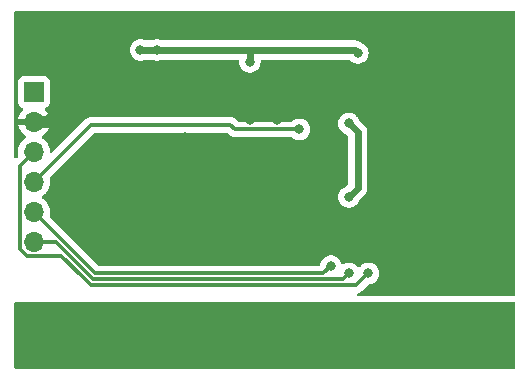
<source format=gbl>
%TF.GenerationSoftware,KiCad,Pcbnew,(6.0.5)*%
%TF.CreationDate,2023-05-04T10:00:39-06:00*%
%TF.ProjectId,NES_JP_MOD,4e45535f-4a50-45f4-9d4f-442e6b696361,rev?*%
%TF.SameCoordinates,Original*%
%TF.FileFunction,Copper,L2,Bot*%
%TF.FilePolarity,Positive*%
%FSLAX46Y46*%
G04 Gerber Fmt 4.6, Leading zero omitted, Abs format (unit mm)*
G04 Created by KiCad (PCBNEW (6.0.5)) date 2023-05-04 10:00:39*
%MOMM*%
%LPD*%
G01*
G04 APERTURE LIST*
%TA.AperFunction,ComponentPad*%
%ADD10R,1.700000X1.700000*%
%TD*%
%TA.AperFunction,ComponentPad*%
%ADD11O,1.700000X1.700000*%
%TD*%
%TA.AperFunction,ViaPad*%
%ADD12C,0.800000*%
%TD*%
%TA.AperFunction,Conductor*%
%ADD13C,0.600000*%
%TD*%
%TA.AperFunction,Conductor*%
%ADD14C,1.000000*%
%TD*%
%TA.AperFunction,Conductor*%
%ADD15C,0.300000*%
%TD*%
G04 APERTURE END LIST*
D10*
%TO.P,J1,1,Pin_1*%
%TO.N,+3V3*%
X118110000Y-83820000D03*
D11*
%TO.P,J1,2,Pin_2*%
%TO.N,GND*%
X118110000Y-86360000D03*
%TO.P,J1,3,Pin_3*%
%TO.N,/TCK*%
X118110000Y-88900000D03*
%TO.P,J1,4,Pin_4*%
%TO.N,/TDO*%
X118110000Y-91440000D03*
%TO.P,J1,5,Pin_5*%
%TO.N,/TDI*%
X118110000Y-93980000D03*
%TO.P,J1,6,Pin_6*%
%TO.N,/TMS*%
X118110000Y-96520000D03*
%TD*%
D12*
%TO.N,+5V*%
X127127000Y-80264000D03*
%TO.N,GND*%
X120650000Y-82550000D03*
%TO.N,+5V*%
X128524000Y-80264000D03*
X136398000Y-81280000D03*
X145542000Y-80518000D03*
%TO.N,GND*%
X136398000Y-86233000D03*
X120523000Y-87376000D03*
X120523000Y-90678000D03*
X138684000Y-86233000D03*
X129286000Y-91440000D03*
X153416000Y-81407000D03*
X148209000Y-93980000D03*
X130937000Y-87630000D03*
X122428000Y-95758000D03*
X150368000Y-93599000D03*
X136017000Y-98044000D03*
X127000000Y-84455000D03*
X120650000Y-81026000D03*
X144018000Y-91567000D03*
X147828000Y-86233000D03*
%TO.N,+1V8*%
X144780000Y-92710000D03*
X144780000Y-86487000D03*
%TO.N,/TCK*%
X146431000Y-99187000D03*
%TO.N,/TDO*%
X140589000Y-86995000D03*
%TO.N,/TDI*%
X143256000Y-98552000D03*
%TO.N,/TMS*%
X144780000Y-99187000D03*
%TO.N,+3V3*%
X125222000Y-103632000D03*
X117348000Y-103886000D03*
X133096000Y-103632000D03*
X157988000Y-103632000D03*
X145057500Y-103632000D03*
X140993500Y-103632000D03*
X129032000Y-103632000D03*
X150368000Y-103632000D03*
X121412000Y-103632000D03*
X153924000Y-103632000D03*
%TD*%
D13*
%TO.N,+5V*%
X127127000Y-80264000D02*
X136398000Y-80264000D01*
D14*
%TO.N,GND*%
X120650000Y-81026000D02*
X120650000Y-82550000D01*
X120650000Y-82550000D02*
X120650000Y-85022081D01*
D13*
%TO.N,+5V*%
X145288000Y-80264000D02*
X145542000Y-80518000D01*
X136398000Y-81280000D02*
X136398000Y-80264000D01*
X136398000Y-80264000D02*
X145288000Y-80264000D01*
D14*
%TO.N,GND*%
X120650000Y-85022081D02*
X119312081Y-86360000D01*
X119312081Y-86360000D02*
X118110000Y-86360000D01*
D13*
%TO.N,+1V8*%
X144780000Y-86487000D02*
X145542000Y-87249000D01*
X145542000Y-87249000D02*
X145542000Y-91948000D01*
X145542000Y-91948000D02*
X144780000Y-92710000D01*
D15*
%TO.N,/TCK*%
X116910489Y-97098489D02*
X117531511Y-97719511D01*
X122911663Y-100194519D02*
X124460000Y-100194519D01*
X145423481Y-100194519D02*
X146431000Y-99187000D01*
X116910489Y-90099511D02*
X116910489Y-97098489D01*
X122229572Y-99512428D02*
X122911663Y-100194519D01*
X124460000Y-100194519D02*
X145423481Y-100194519D01*
X117531511Y-97719511D02*
X120436655Y-97719511D01*
X118110000Y-88900000D02*
X116910489Y-90099511D01*
X120436655Y-97719511D02*
X122229572Y-99512428D01*
%TO.N,/TDO*%
X122936000Y-86614000D02*
X123444000Y-86614000D01*
X118110000Y-91440000D02*
X122936000Y-86614000D01*
X135128000Y-86995000D02*
X140589000Y-86995000D01*
X123444000Y-86614000D02*
X134747000Y-86614000D01*
X134747000Y-86614000D02*
X135128000Y-86995000D01*
%TO.N,/TDI*%
X118110000Y-93980000D02*
X123317000Y-99187000D01*
X142621000Y-99187000D02*
X143256000Y-98552000D01*
X141478000Y-99187000D02*
X142621000Y-99187000D01*
X123317000Y-99187000D02*
X141478000Y-99187000D01*
%TO.N,/TMS*%
X119943572Y-96520000D02*
X122582786Y-99159214D01*
X135001000Y-99695000D02*
X144272000Y-99695000D01*
X144272000Y-99695000D02*
X144780000Y-99187000D01*
X123118572Y-99695000D02*
X135001000Y-99695000D01*
X118110000Y-96520000D02*
X119943572Y-96520000D01*
X122582786Y-99159214D02*
X123118572Y-99695000D01*
%TD*%
%TA.AperFunction,Conductor*%
%TO.N,+3V3*%
G36*
X158818621Y-101620002D02*
G01*
X158865114Y-101673658D01*
X158876500Y-101726000D01*
X158876500Y-107163500D01*
X158856498Y-107231621D01*
X158802842Y-107278114D01*
X158750500Y-107289500D01*
X116585500Y-107289500D01*
X116517379Y-107269498D01*
X116470886Y-107215842D01*
X116459500Y-107163500D01*
X116459500Y-101726000D01*
X116479502Y-101657879D01*
X116533158Y-101611386D01*
X116585500Y-101600000D01*
X158750500Y-101600000D01*
X158818621Y-101620002D01*
G37*
%TD.AperFunction*%
%TD*%
%TA.AperFunction,Conductor*%
%TO.N,GND*%
G36*
X158818621Y-76957502D02*
G01*
X158865114Y-77011158D01*
X158876500Y-77063500D01*
X158876500Y-100966000D01*
X158856498Y-101034121D01*
X158802842Y-101080614D01*
X158750500Y-101092000D01*
X145579943Y-101092000D01*
X145511822Y-101071998D01*
X145465329Y-101018342D01*
X145455225Y-100948068D01*
X145484719Y-100883488D01*
X145544774Y-100845008D01*
X145546302Y-100844564D01*
X145547887Y-100844103D01*
X145567263Y-100840089D01*
X145574905Y-100839124D01*
X145580685Y-100838394D01*
X145580686Y-100838394D01*
X145588545Y-100837401D01*
X145595910Y-100834485D01*
X145595914Y-100834484D01*
X145631502Y-100820393D01*
X145642712Y-100816554D01*
X145687081Y-100803664D01*
X145705546Y-100792744D01*
X145723286Y-100784053D01*
X145743237Y-100776154D01*
X145780610Y-100749001D01*
X145790529Y-100742486D01*
X145823458Y-100723012D01*
X145823462Y-100723009D01*
X145830288Y-100718972D01*
X145845452Y-100703808D01*
X145860486Y-100690967D01*
X145871424Y-100683020D01*
X145877838Y-100678360D01*
X145907284Y-100642766D01*
X145915273Y-100633987D01*
X146416855Y-100132405D01*
X146479167Y-100098379D01*
X146505950Y-100095500D01*
X146526487Y-100095500D01*
X146532939Y-100094128D01*
X146532944Y-100094128D01*
X146619887Y-100075647D01*
X146713288Y-100055794D01*
X146719319Y-100053109D01*
X146881722Y-99980803D01*
X146881724Y-99980802D01*
X146887752Y-99978118D01*
X147042253Y-99865866D01*
X147170040Y-99723944D01*
X147265527Y-99558556D01*
X147324542Y-99376928D01*
X147344504Y-99187000D01*
X147324542Y-98997072D01*
X147265527Y-98815444D01*
X147170040Y-98650056D01*
X147042253Y-98508134D01*
X146887752Y-98395882D01*
X146881724Y-98393198D01*
X146881722Y-98393197D01*
X146719319Y-98320891D01*
X146719318Y-98320891D01*
X146713288Y-98318206D01*
X146619888Y-98298353D01*
X146532944Y-98279872D01*
X146532939Y-98279872D01*
X146526487Y-98278500D01*
X146335513Y-98278500D01*
X146329061Y-98279872D01*
X146329056Y-98279872D01*
X146242112Y-98298353D01*
X146148712Y-98318206D01*
X146142682Y-98320891D01*
X146142681Y-98320891D01*
X145980278Y-98393197D01*
X145980276Y-98393198D01*
X145974248Y-98395882D01*
X145819747Y-98508134D01*
X145815326Y-98513044D01*
X145815325Y-98513045D01*
X145699136Y-98642086D01*
X145638690Y-98679326D01*
X145567706Y-98677974D01*
X145511864Y-98642086D01*
X145395675Y-98513045D01*
X145395674Y-98513044D01*
X145391253Y-98508134D01*
X145236752Y-98395882D01*
X145230724Y-98393198D01*
X145230722Y-98393197D01*
X145068319Y-98320891D01*
X145068318Y-98320891D01*
X145062288Y-98318206D01*
X144968888Y-98298353D01*
X144881944Y-98279872D01*
X144881939Y-98279872D01*
X144875487Y-98278500D01*
X144684513Y-98278500D01*
X144678061Y-98279872D01*
X144678056Y-98279872D01*
X144591112Y-98298353D01*
X144497712Y-98318206D01*
X144491682Y-98320891D01*
X144491681Y-98320891D01*
X144399187Y-98362072D01*
X144323248Y-98395882D01*
X144320185Y-98398108D01*
X144252206Y-98414599D01*
X144185114Y-98391379D01*
X144141226Y-98335572D01*
X144138367Y-98327679D01*
X144092568Y-98186726D01*
X144090527Y-98180444D01*
X144063560Y-98133735D01*
X143998341Y-98020774D01*
X143995040Y-98015056D01*
X143867253Y-97873134D01*
X143758135Y-97793855D01*
X143718094Y-97764763D01*
X143718093Y-97764762D01*
X143712752Y-97760882D01*
X143706724Y-97758198D01*
X143706722Y-97758197D01*
X143544319Y-97685891D01*
X143544318Y-97685891D01*
X143538288Y-97683206D01*
X143444888Y-97663353D01*
X143357944Y-97644872D01*
X143357939Y-97644872D01*
X143351487Y-97643500D01*
X143160513Y-97643500D01*
X143154061Y-97644872D01*
X143154056Y-97644872D01*
X143067112Y-97663353D01*
X142973712Y-97683206D01*
X142967682Y-97685891D01*
X142967681Y-97685891D01*
X142805278Y-97758197D01*
X142805276Y-97758198D01*
X142799248Y-97760882D01*
X142793907Y-97764762D01*
X142793906Y-97764763D01*
X142753865Y-97793855D01*
X142644747Y-97873134D01*
X142516960Y-98015056D01*
X142513659Y-98020774D01*
X142448441Y-98133735D01*
X142421473Y-98180444D01*
X142362458Y-98362072D01*
X142361768Y-98368633D01*
X142361768Y-98368635D01*
X142360267Y-98382917D01*
X142356938Y-98414599D01*
X142356825Y-98415670D01*
X142329812Y-98481327D01*
X142271591Y-98521957D01*
X142231515Y-98528500D01*
X123641950Y-98528500D01*
X123573829Y-98508498D01*
X123552855Y-98491595D01*
X119469457Y-94408197D01*
X119435431Y-94345885D01*
X119437994Y-94282473D01*
X119442370Y-94268069D01*
X119471529Y-94046590D01*
X119473156Y-93980000D01*
X119454852Y-93757361D01*
X119400431Y-93540702D01*
X119311354Y-93335840D01*
X119253845Y-93246944D01*
X119192822Y-93152617D01*
X119192820Y-93152614D01*
X119190014Y-93148277D01*
X119039670Y-92983051D01*
X119035619Y-92979852D01*
X119035615Y-92979848D01*
X118868414Y-92847800D01*
X118868410Y-92847798D01*
X118864359Y-92844598D01*
X118823053Y-92821796D01*
X118773084Y-92771364D01*
X118760031Y-92710000D01*
X143866496Y-92710000D01*
X143867186Y-92716565D01*
X143880381Y-92842104D01*
X143886458Y-92899928D01*
X143945473Y-93081556D01*
X144040960Y-93246944D01*
X144168747Y-93388866D01*
X144323248Y-93501118D01*
X144329276Y-93503802D01*
X144329278Y-93503803D01*
X144423426Y-93545720D01*
X144497712Y-93578794D01*
X144591113Y-93598647D01*
X144678056Y-93617128D01*
X144678061Y-93617128D01*
X144684513Y-93618500D01*
X144875487Y-93618500D01*
X144881939Y-93617128D01*
X144881944Y-93617128D01*
X144968887Y-93598647D01*
X145062288Y-93578794D01*
X145136574Y-93545720D01*
X145230722Y-93503803D01*
X145230724Y-93503802D01*
X145236752Y-93501118D01*
X145391253Y-93388866D01*
X145519040Y-93246944D01*
X145614527Y-93081556D01*
X145635354Y-93017458D01*
X145666092Y-92967300D01*
X146107158Y-92526234D01*
X146108095Y-92525306D01*
X146167475Y-92467157D01*
X146167476Y-92467156D01*
X146172507Y-92462229D01*
X146195998Y-92425779D01*
X146203417Y-92415454D01*
X146230476Y-92381557D01*
X146245073Y-92351362D01*
X146252602Y-92337945D01*
X146266948Y-92315684D01*
X146270765Y-92309762D01*
X146273173Y-92303145D01*
X146273176Y-92303140D01*
X146285592Y-92269027D01*
X146290553Y-92257284D01*
X146306353Y-92224600D01*
X146306356Y-92224591D01*
X146309421Y-92218251D01*
X146316966Y-92185572D01*
X146321334Y-92170825D01*
X146332803Y-92139315D01*
X146333685Y-92132330D01*
X146333687Y-92132323D01*
X146338237Y-92096308D01*
X146340472Y-92083757D01*
X146348640Y-92048378D01*
X146350225Y-92041515D01*
X146350262Y-92031134D01*
X146350367Y-92000926D01*
X146350396Y-92000057D01*
X146350500Y-91999231D01*
X146350500Y-91962714D01*
X146350590Y-91936857D01*
X146350846Y-91863664D01*
X146350846Y-91863658D01*
X146350858Y-91860130D01*
X146350589Y-91858927D01*
X146350500Y-91857283D01*
X146350500Y-87258214D01*
X146350507Y-87256894D01*
X146351261Y-87184928D01*
X146351451Y-87166779D01*
X146342289Y-87124403D01*
X146340230Y-87111832D01*
X146336182Y-87075744D01*
X146335397Y-87068745D01*
X146324367Y-87037070D01*
X146320204Y-87022258D01*
X146314609Y-86996381D01*
X146313119Y-86989490D01*
X146294792Y-86950187D01*
X146290010Y-86938411D01*
X146275745Y-86897448D01*
X146272010Y-86891470D01*
X146257973Y-86869005D01*
X146250634Y-86855488D01*
X146239441Y-86831486D01*
X146239440Y-86831485D01*
X146236462Y-86825098D01*
X146209894Y-86790847D01*
X146202598Y-86780388D01*
X146183358Y-86749596D01*
X146183356Y-86749593D01*
X146179626Y-86743624D01*
X146151024Y-86714821D01*
X146150439Y-86714196D01*
X146149922Y-86713530D01*
X146123932Y-86687540D01*
X146051815Y-86614918D01*
X146050778Y-86614260D01*
X146049549Y-86613157D01*
X145666092Y-86229700D01*
X145635354Y-86179542D01*
X145616568Y-86121725D01*
X145616567Y-86121724D01*
X145614527Y-86115444D01*
X145609075Y-86106000D01*
X145559895Y-86020819D01*
X145519040Y-85950056D01*
X145497268Y-85925875D01*
X145395675Y-85813045D01*
X145395674Y-85813044D01*
X145391253Y-85808134D01*
X145236752Y-85695882D01*
X145230724Y-85693198D01*
X145230722Y-85693197D01*
X145068319Y-85620891D01*
X145068318Y-85620891D01*
X145062288Y-85618206D01*
X144968888Y-85598353D01*
X144881944Y-85579872D01*
X144881939Y-85579872D01*
X144875487Y-85578500D01*
X144684513Y-85578500D01*
X144678061Y-85579872D01*
X144678056Y-85579872D01*
X144591112Y-85598353D01*
X144497712Y-85618206D01*
X144491682Y-85620891D01*
X144491681Y-85620891D01*
X144329278Y-85693197D01*
X144329276Y-85693198D01*
X144323248Y-85695882D01*
X144168747Y-85808134D01*
X144164326Y-85813044D01*
X144164325Y-85813045D01*
X144062733Y-85925875D01*
X144040960Y-85950056D01*
X144000105Y-86020819D01*
X143950926Y-86106000D01*
X143945473Y-86115444D01*
X143886458Y-86297072D01*
X143885768Y-86303633D01*
X143885768Y-86303635D01*
X143882314Y-86336500D01*
X143866496Y-86487000D01*
X143867186Y-86493565D01*
X143883934Y-86652910D01*
X143886458Y-86676928D01*
X143945473Y-86858556D01*
X144040960Y-87023944D01*
X144045378Y-87028851D01*
X144045379Y-87028852D01*
X144164325Y-87160955D01*
X144168747Y-87165866D01*
X144267843Y-87237864D01*
X144315516Y-87272500D01*
X144323248Y-87278118D01*
X144329276Y-87280802D01*
X144329278Y-87280803D01*
X144490242Y-87352468D01*
X144528088Y-87378480D01*
X144696595Y-87546987D01*
X144730621Y-87609299D01*
X144733500Y-87636082D01*
X144733500Y-91560918D01*
X144713498Y-91629039D01*
X144696595Y-91650013D01*
X144528088Y-91818520D01*
X144490242Y-91844532D01*
X144329278Y-91916197D01*
X144329276Y-91916198D01*
X144323248Y-91918882D01*
X144317907Y-91922762D01*
X144317906Y-91922763D01*
X144291689Y-91941811D01*
X144168747Y-92031134D01*
X144164326Y-92036044D01*
X144164325Y-92036045D01*
X144068854Y-92142077D01*
X144040960Y-92173056D01*
X144037659Y-92178774D01*
X143958614Y-92315684D01*
X143945473Y-92338444D01*
X143886458Y-92520072D01*
X143866496Y-92710000D01*
X118760031Y-92710000D01*
X118758312Y-92701921D01*
X118783428Y-92635516D01*
X118810780Y-92608909D01*
X118926686Y-92526234D01*
X118989860Y-92481173D01*
X119008871Y-92462229D01*
X119120124Y-92351363D01*
X119148096Y-92323489D01*
X119153705Y-92315684D01*
X119275435Y-92146277D01*
X119278453Y-92142077D01*
X119301074Y-92096308D01*
X119375136Y-91946453D01*
X119375137Y-91946451D01*
X119377430Y-91941811D01*
X119442370Y-91728069D01*
X119471529Y-91506590D01*
X119473156Y-91440000D01*
X119454852Y-91217361D01*
X119433919Y-91134022D01*
X119436723Y-91063081D01*
X119467028Y-91014232D01*
X123171855Y-87309405D01*
X123234167Y-87275379D01*
X123260950Y-87272500D01*
X134422051Y-87272500D01*
X134490172Y-87292502D01*
X134511146Y-87309405D01*
X134604341Y-87402600D01*
X134612331Y-87411381D01*
X134612339Y-87411390D01*
X134616584Y-87418080D01*
X134622359Y-87423503D01*
X134668273Y-87466619D01*
X134671115Y-87469374D01*
X134691667Y-87489926D01*
X134694801Y-87492357D01*
X134695163Y-87492638D01*
X134704191Y-87500348D01*
X134737867Y-87531972D01*
X134744818Y-87535793D01*
X134744819Y-87535794D01*
X134756655Y-87542301D01*
X134773184Y-87553158D01*
X134783869Y-87561447D01*
X134783871Y-87561448D01*
X134790131Y-87566304D01*
X134832544Y-87584657D01*
X134843181Y-87589868D01*
X134883663Y-87612124D01*
X134891342Y-87614096D01*
X134891343Y-87614096D01*
X134904434Y-87617457D01*
X134923136Y-87623859D01*
X134942823Y-87632379D01*
X134950652Y-87633619D01*
X134988448Y-87639605D01*
X135000074Y-87642013D01*
X135037135Y-87651529D01*
X135037136Y-87651529D01*
X135044812Y-87653500D01*
X135066258Y-87653500D01*
X135085968Y-87655051D01*
X135107151Y-87658406D01*
X135153135Y-87654059D01*
X135164994Y-87653500D01*
X139908776Y-87653500D01*
X139976897Y-87673502D01*
X139982834Y-87677562D01*
X140001463Y-87691097D01*
X140107036Y-87767800D01*
X140132248Y-87786118D01*
X140138276Y-87788802D01*
X140138278Y-87788803D01*
X140300681Y-87861109D01*
X140306712Y-87863794D01*
X140400112Y-87883647D01*
X140487056Y-87902128D01*
X140487061Y-87902128D01*
X140493513Y-87903500D01*
X140684487Y-87903500D01*
X140690939Y-87902128D01*
X140690944Y-87902128D01*
X140777888Y-87883647D01*
X140871288Y-87863794D01*
X140877319Y-87861109D01*
X141039722Y-87788803D01*
X141039724Y-87788802D01*
X141045752Y-87786118D01*
X141070965Y-87767800D01*
X141155479Y-87706396D01*
X141200253Y-87673866D01*
X141220365Y-87651529D01*
X141323621Y-87536852D01*
X141323622Y-87536851D01*
X141328040Y-87531944D01*
X141423527Y-87366556D01*
X141482542Y-87184928D01*
X141484138Y-87169749D01*
X141501814Y-87001565D01*
X141502504Y-86995000D01*
X141482542Y-86805072D01*
X141423527Y-86623444D01*
X141418075Y-86614000D01*
X141344751Y-86487000D01*
X141328040Y-86458056D01*
X141200253Y-86316134D01*
X141045752Y-86203882D01*
X141039724Y-86201198D01*
X141039722Y-86201197D01*
X140877319Y-86128891D01*
X140877318Y-86128891D01*
X140871288Y-86126206D01*
X140770163Y-86104711D01*
X140690944Y-86087872D01*
X140690939Y-86087872D01*
X140684487Y-86086500D01*
X140493513Y-86086500D01*
X140487061Y-86087872D01*
X140487056Y-86087872D01*
X140407837Y-86104711D01*
X140306712Y-86126206D01*
X140300682Y-86128891D01*
X140300681Y-86128891D01*
X140138278Y-86201197D01*
X140138276Y-86201198D01*
X140132248Y-86203882D01*
X139983092Y-86312251D01*
X139982837Y-86312436D01*
X139915969Y-86336294D01*
X139908776Y-86336500D01*
X135452950Y-86336500D01*
X135384829Y-86316498D01*
X135363855Y-86299595D01*
X135270657Y-86206397D01*
X135262668Y-86197618D01*
X135262663Y-86197612D01*
X135258416Y-86190920D01*
X135206741Y-86142394D01*
X135203900Y-86139640D01*
X135183333Y-86119073D01*
X135179826Y-86116353D01*
X135170804Y-86108647D01*
X135163754Y-86102027D01*
X135137133Y-86077028D01*
X135130181Y-86073206D01*
X135118342Y-86066697D01*
X135101818Y-86055843D01*
X135091132Y-86047555D01*
X135084868Y-86042696D01*
X135077596Y-86039549D01*
X135077594Y-86039548D01*
X135042465Y-86024346D01*
X135031805Y-86019124D01*
X134998284Y-86000695D01*
X134998282Y-86000694D01*
X134991337Y-85996876D01*
X134970559Y-85991541D01*
X134951869Y-85985142D01*
X134932176Y-85976620D01*
X134886552Y-85969394D01*
X134874929Y-85966987D01*
X134840661Y-85958189D01*
X134830188Y-85955500D01*
X134808741Y-85955500D01*
X134789031Y-85953949D01*
X134767848Y-85950594D01*
X134721859Y-85954941D01*
X134710004Y-85955500D01*
X123018059Y-85955500D01*
X123006203Y-85954941D01*
X122998463Y-85953211D01*
X122990537Y-85953460D01*
X122990536Y-85953460D01*
X122927611Y-85955438D01*
X122923653Y-85955500D01*
X122894568Y-85955500D01*
X122890637Y-85955997D01*
X122890630Y-85955997D01*
X122890179Y-85956054D01*
X122878343Y-85956986D01*
X122832169Y-85958438D01*
X122811579Y-85964420D01*
X122792218Y-85968430D01*
X122785230Y-85969312D01*
X122778796Y-85970125D01*
X122778795Y-85970125D01*
X122770936Y-85971118D01*
X122763571Y-85974034D01*
X122763567Y-85974035D01*
X122727979Y-85988126D01*
X122716769Y-85991965D01*
X122672400Y-86004855D01*
X122653935Y-86015775D01*
X122636195Y-86024466D01*
X122616244Y-86032365D01*
X122578874Y-86059516D01*
X122568952Y-86066033D01*
X122536023Y-86085507D01*
X122536019Y-86085510D01*
X122529193Y-86089547D01*
X122514029Y-86104711D01*
X122498996Y-86117551D01*
X122481643Y-86130159D01*
X122471521Y-86142395D01*
X122452198Y-86165752D01*
X122444208Y-86174532D01*
X119684191Y-88934549D01*
X119621879Y-88968575D01*
X119551064Y-88963510D01*
X119494228Y-88920963D01*
X119469520Y-88855778D01*
X119455276Y-88682522D01*
X119454852Y-88677361D01*
X119400431Y-88460702D01*
X119311354Y-88255840D01*
X119190014Y-88068277D01*
X119039670Y-87903051D01*
X119035619Y-87899852D01*
X119035615Y-87899848D01*
X118868414Y-87767800D01*
X118868410Y-87767798D01*
X118864359Y-87764598D01*
X118822569Y-87741529D01*
X118772598Y-87691097D01*
X118757826Y-87621654D01*
X118782942Y-87555248D01*
X118810294Y-87528641D01*
X118985328Y-87403792D01*
X118993200Y-87397139D01*
X119144052Y-87246812D01*
X119150730Y-87238965D01*
X119275003Y-87066020D01*
X119280313Y-87057183D01*
X119374670Y-86866267D01*
X119378469Y-86856672D01*
X119440377Y-86652910D01*
X119442555Y-86642837D01*
X119443986Y-86631962D01*
X119441775Y-86617778D01*
X119428617Y-86614000D01*
X116793225Y-86614000D01*
X116779694Y-86617973D01*
X116778257Y-86627966D01*
X116808565Y-86762446D01*
X116811645Y-86772275D01*
X116891770Y-86969603D01*
X116896413Y-86978794D01*
X117007694Y-87160388D01*
X117013777Y-87168699D01*
X117153213Y-87329667D01*
X117160580Y-87336883D01*
X117324434Y-87472916D01*
X117332881Y-87478831D01*
X117401969Y-87519203D01*
X117450693Y-87570842D01*
X117463764Y-87640625D01*
X117437033Y-87706396D01*
X117396584Y-87739752D01*
X117383607Y-87746507D01*
X117379474Y-87749610D01*
X117379471Y-87749612D01*
X117209100Y-87877530D01*
X117204965Y-87880635D01*
X117050629Y-88042138D01*
X116924743Y-88226680D01*
X116830688Y-88429305D01*
X116770989Y-88644570D01*
X116747251Y-88866695D01*
X116760110Y-89089715D01*
X116761247Y-89094762D01*
X116761248Y-89094766D01*
X116786951Y-89208815D01*
X116782415Y-89279666D01*
X116753129Y-89325611D01*
X116674595Y-89404145D01*
X116612283Y-89438171D01*
X116541468Y-89433106D01*
X116484632Y-89390559D01*
X116459821Y-89324039D01*
X116459500Y-89315050D01*
X116459500Y-84718134D01*
X116751500Y-84718134D01*
X116758255Y-84780316D01*
X116809385Y-84916705D01*
X116896739Y-85033261D01*
X117013295Y-85120615D01*
X117021704Y-85123767D01*
X117021705Y-85123768D01*
X117130960Y-85164726D01*
X117187725Y-85207367D01*
X117212425Y-85273929D01*
X117197218Y-85343278D01*
X117177825Y-85369759D01*
X117054590Y-85498717D01*
X117048104Y-85506727D01*
X116928098Y-85682649D01*
X116923000Y-85691623D01*
X116833338Y-85884783D01*
X116829775Y-85894470D01*
X116774389Y-86094183D01*
X116775912Y-86102607D01*
X116788292Y-86106000D01*
X119428344Y-86106000D01*
X119441875Y-86102027D01*
X119443180Y-86092947D01*
X119401214Y-85925875D01*
X119397894Y-85916124D01*
X119312972Y-85720814D01*
X119308105Y-85711739D01*
X119192426Y-85532926D01*
X119186136Y-85524757D01*
X119042293Y-85366677D01*
X119011241Y-85302831D01*
X119019635Y-85232333D01*
X119064812Y-85177564D01*
X119091256Y-85163895D01*
X119198297Y-85123767D01*
X119206705Y-85120615D01*
X119323261Y-85033261D01*
X119410615Y-84916705D01*
X119461745Y-84780316D01*
X119468500Y-84718134D01*
X119468500Y-82921866D01*
X119461745Y-82859684D01*
X119410615Y-82723295D01*
X119323261Y-82606739D01*
X119206705Y-82519385D01*
X119070316Y-82468255D01*
X119008134Y-82461500D01*
X117211866Y-82461500D01*
X117149684Y-82468255D01*
X117013295Y-82519385D01*
X116896739Y-82606739D01*
X116809385Y-82723295D01*
X116758255Y-82859684D01*
X116751500Y-82921866D01*
X116751500Y-84718134D01*
X116459500Y-84718134D01*
X116459500Y-80264000D01*
X126213496Y-80264000D01*
X126233458Y-80453928D01*
X126292473Y-80635556D01*
X126387960Y-80800944D01*
X126392378Y-80805851D01*
X126392379Y-80805852D01*
X126511325Y-80937955D01*
X126515747Y-80942866D01*
X126670248Y-81055118D01*
X126676276Y-81057802D01*
X126676278Y-81057803D01*
X126748563Y-81089986D01*
X126844712Y-81132794D01*
X126938112Y-81152647D01*
X127025056Y-81171128D01*
X127025061Y-81171128D01*
X127031513Y-81172500D01*
X127222487Y-81172500D01*
X127228939Y-81171128D01*
X127228944Y-81171128D01*
X127315888Y-81152647D01*
X127409288Y-81132794D01*
X127520245Y-81083393D01*
X127571494Y-81072500D01*
X128079506Y-81072500D01*
X128130755Y-81083393D01*
X128241712Y-81132794D01*
X128335112Y-81152647D01*
X128422056Y-81171128D01*
X128422061Y-81171128D01*
X128428513Y-81172500D01*
X128619487Y-81172500D01*
X128625939Y-81171128D01*
X128625944Y-81171128D01*
X128712888Y-81152647D01*
X128806288Y-81132794D01*
X128917245Y-81083393D01*
X128968494Y-81072500D01*
X135366368Y-81072500D01*
X135434489Y-81092502D01*
X135480982Y-81146158D01*
X135491678Y-81211669D01*
X135484496Y-81280000D01*
X135485186Y-81286565D01*
X135499894Y-81426500D01*
X135504458Y-81469928D01*
X135563473Y-81651556D01*
X135658960Y-81816944D01*
X135786747Y-81958866D01*
X135941248Y-82071118D01*
X135947276Y-82073802D01*
X135947278Y-82073803D01*
X136109681Y-82146109D01*
X136115712Y-82148794D01*
X136209112Y-82168647D01*
X136296056Y-82187128D01*
X136296061Y-82187128D01*
X136302513Y-82188500D01*
X136493487Y-82188500D01*
X136499939Y-82187128D01*
X136499944Y-82187128D01*
X136586888Y-82168647D01*
X136680288Y-82148794D01*
X136686319Y-82146109D01*
X136848722Y-82073803D01*
X136848724Y-82073802D01*
X136854752Y-82071118D01*
X137009253Y-81958866D01*
X137137040Y-81816944D01*
X137232527Y-81651556D01*
X137291542Y-81469928D01*
X137296107Y-81426500D01*
X137310814Y-81286565D01*
X137311504Y-81280000D01*
X137304322Y-81211670D01*
X137317094Y-81141833D01*
X137365596Y-81089986D01*
X137429632Y-81072500D01*
X144762668Y-81072500D01*
X144830789Y-81092502D01*
X144856304Y-81114189D01*
X144908808Y-81172500D01*
X144930747Y-81196866D01*
X144951124Y-81211671D01*
X145054207Y-81286565D01*
X145085248Y-81309118D01*
X145091276Y-81311802D01*
X145091278Y-81311803D01*
X145253681Y-81384109D01*
X145259712Y-81386794D01*
X145353112Y-81406647D01*
X145440056Y-81425128D01*
X145440061Y-81425128D01*
X145446513Y-81426500D01*
X145637487Y-81426500D01*
X145643939Y-81425128D01*
X145643944Y-81425128D01*
X145730888Y-81406647D01*
X145824288Y-81386794D01*
X145830319Y-81384109D01*
X145992722Y-81311803D01*
X145992724Y-81311802D01*
X145998752Y-81309118D01*
X146029794Y-81286565D01*
X146054157Y-81268864D01*
X146153253Y-81196866D01*
X146249488Y-81089986D01*
X146276621Y-81059852D01*
X146276622Y-81059851D01*
X146281040Y-81054944D01*
X146376527Y-80889556D01*
X146435542Y-80707928D01*
X146455504Y-80518000D01*
X146435542Y-80328072D01*
X146376527Y-80146444D01*
X146281040Y-79981056D01*
X146201254Y-79892444D01*
X146157675Y-79844045D01*
X146157674Y-79844044D01*
X146153253Y-79839134D01*
X145998752Y-79726882D01*
X145992726Y-79724199D01*
X145992719Y-79724195D01*
X145830759Y-79652087D01*
X145804798Y-79636116D01*
X145802229Y-79633493D01*
X145765779Y-79610002D01*
X145755454Y-79602583D01*
X145721557Y-79575524D01*
X145691362Y-79560927D01*
X145677945Y-79553398D01*
X145649762Y-79535235D01*
X145643145Y-79532827D01*
X145643140Y-79532824D01*
X145609027Y-79520408D01*
X145597284Y-79515447D01*
X145564597Y-79499646D01*
X145564592Y-79499644D01*
X145558251Y-79496579D01*
X145551393Y-79494996D01*
X145551391Y-79494995D01*
X145525574Y-79489035D01*
X145510831Y-79484668D01*
X145479315Y-79473197D01*
X145472325Y-79472314D01*
X145472317Y-79472312D01*
X145436299Y-79467762D01*
X145423747Y-79465526D01*
X145388386Y-79457362D01*
X145388383Y-79457362D01*
X145381515Y-79455776D01*
X145374469Y-79455751D01*
X145374466Y-79455751D01*
X145340944Y-79455634D01*
X145340062Y-79455605D01*
X145339231Y-79455500D01*
X145302581Y-79455500D01*
X145302141Y-79455499D01*
X145203657Y-79455155D01*
X145203652Y-79455155D01*
X145200130Y-79455143D01*
X145198930Y-79455411D01*
X145197293Y-79455500D01*
X136453905Y-79455500D01*
X136438986Y-79454614D01*
X136435326Y-79454178D01*
X136403680Y-79450404D01*
X136396677Y-79451140D01*
X136396676Y-79451140D01*
X136361760Y-79454810D01*
X136348589Y-79455500D01*
X128968494Y-79455500D01*
X128917245Y-79444607D01*
X128812319Y-79397891D01*
X128812318Y-79397891D01*
X128806288Y-79395206D01*
X128712888Y-79375353D01*
X128625944Y-79356872D01*
X128625939Y-79356872D01*
X128619487Y-79355500D01*
X128428513Y-79355500D01*
X128422061Y-79356872D01*
X128422056Y-79356872D01*
X128335112Y-79375353D01*
X128241712Y-79395206D01*
X128235682Y-79397891D01*
X128235681Y-79397891D01*
X128130755Y-79444607D01*
X128079506Y-79455500D01*
X127571494Y-79455500D01*
X127520245Y-79444607D01*
X127415319Y-79397891D01*
X127415318Y-79397891D01*
X127409288Y-79395206D01*
X127315888Y-79375353D01*
X127228944Y-79356872D01*
X127228939Y-79356872D01*
X127222487Y-79355500D01*
X127031513Y-79355500D01*
X127025061Y-79356872D01*
X127025056Y-79356872D01*
X126938112Y-79375353D01*
X126844712Y-79395206D01*
X126838682Y-79397891D01*
X126838681Y-79397891D01*
X126676278Y-79470197D01*
X126676276Y-79470198D01*
X126670248Y-79472882D01*
X126664907Y-79476762D01*
X126664906Y-79476763D01*
X126648015Y-79489035D01*
X126515747Y-79585134D01*
X126511326Y-79590044D01*
X126511325Y-79590045D01*
X126475639Y-79629679D01*
X126387960Y-79727056D01*
X126292473Y-79892444D01*
X126233458Y-80074072D01*
X126213496Y-80264000D01*
X116459500Y-80264000D01*
X116459500Y-77063500D01*
X116479502Y-76995379D01*
X116533158Y-76948886D01*
X116585500Y-76937500D01*
X158750500Y-76937500D01*
X158818621Y-76957502D01*
G37*
%TD.AperFunction*%
%TD*%
M02*

</source>
